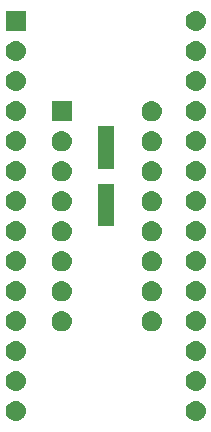
<source format=gbr>
G04 #@! TF.GenerationSoftware,KiCad,Pcbnew,(5.1.4)-1*
G04 #@! TF.CreationDate,2021-03-08T19:32:54-05:00*
G04 #@! TF.ProjectId,27c256_to_82s129,32376332-3536-45f7-946f-5f3832733132,rev?*
G04 #@! TF.SameCoordinates,Original*
G04 #@! TF.FileFunction,Soldermask,Top*
G04 #@! TF.FilePolarity,Negative*
%FSLAX46Y46*%
G04 Gerber Fmt 4.6, Leading zero omitted, Abs format (unit mm)*
G04 Created by KiCad (PCBNEW (5.1.4)-1) date 2021-03-08 19:32:54*
%MOMM*%
%LPD*%
G04 APERTURE LIST*
%ADD10C,0.100000*%
G04 APERTURE END LIST*
D10*
G36*
X144781824Y-119866314D02*
G01*
X144942243Y-119914977D01*
X145074907Y-119985887D01*
X145090079Y-119993997D01*
X145219660Y-120100342D01*
X145326005Y-120229923D01*
X145326006Y-120229925D01*
X145405025Y-120377759D01*
X145453688Y-120538178D01*
X145470118Y-120705001D01*
X145453688Y-120871824D01*
X145405025Y-121032243D01*
X145334115Y-121164907D01*
X145326005Y-121180079D01*
X145219660Y-121309660D01*
X145090079Y-121416005D01*
X145090077Y-121416006D01*
X144942243Y-121495025D01*
X144781824Y-121543688D01*
X144656805Y-121556001D01*
X144573197Y-121556001D01*
X144448178Y-121543688D01*
X144287759Y-121495025D01*
X144139925Y-121416006D01*
X144139923Y-121416005D01*
X144010342Y-121309660D01*
X143903997Y-121180079D01*
X143895887Y-121164907D01*
X143824977Y-121032243D01*
X143776314Y-120871824D01*
X143759884Y-120705001D01*
X143776314Y-120538178D01*
X143824977Y-120377759D01*
X143903996Y-120229925D01*
X143903997Y-120229923D01*
X144010342Y-120100342D01*
X144139923Y-119993997D01*
X144155095Y-119985887D01*
X144287759Y-119914977D01*
X144448178Y-119866314D01*
X144573197Y-119854001D01*
X144656805Y-119854001D01*
X144781824Y-119866314D01*
X144781824Y-119866314D01*
G37*
G36*
X129541824Y-119866314D02*
G01*
X129702243Y-119914977D01*
X129834907Y-119985887D01*
X129850079Y-119993997D01*
X129979660Y-120100342D01*
X130086005Y-120229923D01*
X130086006Y-120229925D01*
X130165025Y-120377759D01*
X130213688Y-120538178D01*
X130230118Y-120705001D01*
X130213688Y-120871824D01*
X130165025Y-121032243D01*
X130094115Y-121164907D01*
X130086005Y-121180079D01*
X129979660Y-121309660D01*
X129850079Y-121416005D01*
X129850077Y-121416006D01*
X129702243Y-121495025D01*
X129541824Y-121543688D01*
X129416805Y-121556001D01*
X129333197Y-121556001D01*
X129208178Y-121543688D01*
X129047759Y-121495025D01*
X128899925Y-121416006D01*
X128899923Y-121416005D01*
X128770342Y-121309660D01*
X128663997Y-121180079D01*
X128655887Y-121164907D01*
X128584977Y-121032243D01*
X128536314Y-120871824D01*
X128519884Y-120705001D01*
X128536314Y-120538178D01*
X128584977Y-120377759D01*
X128663996Y-120229925D01*
X128663997Y-120229923D01*
X128770342Y-120100342D01*
X128899923Y-119993997D01*
X128915095Y-119985887D01*
X129047759Y-119914977D01*
X129208178Y-119866314D01*
X129333197Y-119854001D01*
X129416805Y-119854001D01*
X129541824Y-119866314D01*
X129541824Y-119866314D01*
G37*
G36*
X129541824Y-117326314D02*
G01*
X129702243Y-117374977D01*
X129834907Y-117445887D01*
X129850079Y-117453997D01*
X129979660Y-117560342D01*
X130086005Y-117689923D01*
X130086006Y-117689925D01*
X130165025Y-117837759D01*
X130213688Y-117998178D01*
X130230118Y-118165001D01*
X130213688Y-118331824D01*
X130165025Y-118492243D01*
X130094115Y-118624907D01*
X130086005Y-118640079D01*
X129979660Y-118769660D01*
X129850079Y-118876005D01*
X129850077Y-118876006D01*
X129702243Y-118955025D01*
X129541824Y-119003688D01*
X129416805Y-119016001D01*
X129333197Y-119016001D01*
X129208178Y-119003688D01*
X129047759Y-118955025D01*
X128899925Y-118876006D01*
X128899923Y-118876005D01*
X128770342Y-118769660D01*
X128663997Y-118640079D01*
X128655887Y-118624907D01*
X128584977Y-118492243D01*
X128536314Y-118331824D01*
X128519884Y-118165001D01*
X128536314Y-117998178D01*
X128584977Y-117837759D01*
X128663996Y-117689925D01*
X128663997Y-117689923D01*
X128770342Y-117560342D01*
X128899923Y-117453997D01*
X128915095Y-117445887D01*
X129047759Y-117374977D01*
X129208178Y-117326314D01*
X129333197Y-117314001D01*
X129416805Y-117314001D01*
X129541824Y-117326314D01*
X129541824Y-117326314D01*
G37*
G36*
X144781824Y-117326314D02*
G01*
X144942243Y-117374977D01*
X145074907Y-117445887D01*
X145090079Y-117453997D01*
X145219660Y-117560342D01*
X145326005Y-117689923D01*
X145326006Y-117689925D01*
X145405025Y-117837759D01*
X145453688Y-117998178D01*
X145470118Y-118165001D01*
X145453688Y-118331824D01*
X145405025Y-118492243D01*
X145334115Y-118624907D01*
X145326005Y-118640079D01*
X145219660Y-118769660D01*
X145090079Y-118876005D01*
X145090077Y-118876006D01*
X144942243Y-118955025D01*
X144781824Y-119003688D01*
X144656805Y-119016001D01*
X144573197Y-119016001D01*
X144448178Y-119003688D01*
X144287759Y-118955025D01*
X144139925Y-118876006D01*
X144139923Y-118876005D01*
X144010342Y-118769660D01*
X143903997Y-118640079D01*
X143895887Y-118624907D01*
X143824977Y-118492243D01*
X143776314Y-118331824D01*
X143759884Y-118165001D01*
X143776314Y-117998178D01*
X143824977Y-117837759D01*
X143903996Y-117689925D01*
X143903997Y-117689923D01*
X144010342Y-117560342D01*
X144139923Y-117453997D01*
X144155095Y-117445887D01*
X144287759Y-117374977D01*
X144448178Y-117326314D01*
X144573197Y-117314001D01*
X144656805Y-117314001D01*
X144781824Y-117326314D01*
X144781824Y-117326314D01*
G37*
G36*
X144781824Y-114786314D02*
G01*
X144942243Y-114834977D01*
X145074907Y-114905887D01*
X145090079Y-114913997D01*
X145219660Y-115020342D01*
X145326005Y-115149923D01*
X145326006Y-115149925D01*
X145405025Y-115297759D01*
X145453688Y-115458178D01*
X145470118Y-115625001D01*
X145453688Y-115791824D01*
X145405025Y-115952243D01*
X145334115Y-116084907D01*
X145326005Y-116100079D01*
X145219660Y-116229660D01*
X145090079Y-116336005D01*
X145090077Y-116336006D01*
X144942243Y-116415025D01*
X144781824Y-116463688D01*
X144656805Y-116476001D01*
X144573197Y-116476001D01*
X144448178Y-116463688D01*
X144287759Y-116415025D01*
X144139925Y-116336006D01*
X144139923Y-116336005D01*
X144010342Y-116229660D01*
X143903997Y-116100079D01*
X143895887Y-116084907D01*
X143824977Y-115952243D01*
X143776314Y-115791824D01*
X143759884Y-115625001D01*
X143776314Y-115458178D01*
X143824977Y-115297759D01*
X143903996Y-115149925D01*
X143903997Y-115149923D01*
X144010342Y-115020342D01*
X144139923Y-114913997D01*
X144155095Y-114905887D01*
X144287759Y-114834977D01*
X144448178Y-114786314D01*
X144573197Y-114774001D01*
X144656805Y-114774001D01*
X144781824Y-114786314D01*
X144781824Y-114786314D01*
G37*
G36*
X129541824Y-114786314D02*
G01*
X129702243Y-114834977D01*
X129834907Y-114905887D01*
X129850079Y-114913997D01*
X129979660Y-115020342D01*
X130086005Y-115149923D01*
X130086006Y-115149925D01*
X130165025Y-115297759D01*
X130213688Y-115458178D01*
X130230118Y-115625001D01*
X130213688Y-115791824D01*
X130165025Y-115952243D01*
X130094115Y-116084907D01*
X130086005Y-116100079D01*
X129979660Y-116229660D01*
X129850079Y-116336005D01*
X129850077Y-116336006D01*
X129702243Y-116415025D01*
X129541824Y-116463688D01*
X129416805Y-116476001D01*
X129333197Y-116476001D01*
X129208178Y-116463688D01*
X129047759Y-116415025D01*
X128899925Y-116336006D01*
X128899923Y-116336005D01*
X128770342Y-116229660D01*
X128663997Y-116100079D01*
X128655887Y-116084907D01*
X128584977Y-115952243D01*
X128536314Y-115791824D01*
X128519884Y-115625001D01*
X128536314Y-115458178D01*
X128584977Y-115297759D01*
X128663996Y-115149925D01*
X128663997Y-115149923D01*
X128770342Y-115020342D01*
X128899923Y-114913997D01*
X128915095Y-114905887D01*
X129047759Y-114834977D01*
X129208178Y-114786314D01*
X129333197Y-114774001D01*
X129416805Y-114774001D01*
X129541824Y-114786314D01*
X129541824Y-114786314D01*
G37*
G36*
X133426823Y-112261313D02*
G01*
X133587242Y-112309976D01*
X133707015Y-112373996D01*
X133735078Y-112388996D01*
X133864659Y-112495341D01*
X133971004Y-112624922D01*
X133971005Y-112624924D01*
X134050024Y-112772758D01*
X134098687Y-112933177D01*
X134115117Y-113100000D01*
X134098687Y-113266823D01*
X134050024Y-113427242D01*
X133979114Y-113559906D01*
X133971004Y-113575078D01*
X133864659Y-113704659D01*
X133735078Y-113811004D01*
X133735076Y-113811005D01*
X133587242Y-113890024D01*
X133426823Y-113938687D01*
X133301804Y-113951000D01*
X133218196Y-113951000D01*
X133093177Y-113938687D01*
X132932758Y-113890024D01*
X132784924Y-113811005D01*
X132784922Y-113811004D01*
X132655341Y-113704659D01*
X132548996Y-113575078D01*
X132540886Y-113559906D01*
X132469976Y-113427242D01*
X132421313Y-113266823D01*
X132404883Y-113100000D01*
X132421313Y-112933177D01*
X132469976Y-112772758D01*
X132548995Y-112624924D01*
X132548996Y-112624922D01*
X132655341Y-112495341D01*
X132784922Y-112388996D01*
X132812985Y-112373996D01*
X132932758Y-112309976D01*
X133093177Y-112261313D01*
X133218196Y-112249000D01*
X133301804Y-112249000D01*
X133426823Y-112261313D01*
X133426823Y-112261313D01*
G37*
G36*
X141046823Y-112261313D02*
G01*
X141207242Y-112309976D01*
X141327015Y-112373996D01*
X141355078Y-112388996D01*
X141484659Y-112495341D01*
X141591004Y-112624922D01*
X141591005Y-112624924D01*
X141670024Y-112772758D01*
X141718687Y-112933177D01*
X141735117Y-113100000D01*
X141718687Y-113266823D01*
X141670024Y-113427242D01*
X141599114Y-113559906D01*
X141591004Y-113575078D01*
X141484659Y-113704659D01*
X141355078Y-113811004D01*
X141355076Y-113811005D01*
X141207242Y-113890024D01*
X141046823Y-113938687D01*
X140921804Y-113951000D01*
X140838196Y-113951000D01*
X140713177Y-113938687D01*
X140552758Y-113890024D01*
X140404924Y-113811005D01*
X140404922Y-113811004D01*
X140275341Y-113704659D01*
X140168996Y-113575078D01*
X140160886Y-113559906D01*
X140089976Y-113427242D01*
X140041313Y-113266823D01*
X140024883Y-113100000D01*
X140041313Y-112933177D01*
X140089976Y-112772758D01*
X140168995Y-112624924D01*
X140168996Y-112624922D01*
X140275341Y-112495341D01*
X140404922Y-112388996D01*
X140432985Y-112373996D01*
X140552758Y-112309976D01*
X140713177Y-112261313D01*
X140838196Y-112249000D01*
X140921804Y-112249000D01*
X141046823Y-112261313D01*
X141046823Y-112261313D01*
G37*
G36*
X129541824Y-112246314D02*
G01*
X129702243Y-112294977D01*
X129834907Y-112365887D01*
X129850079Y-112373997D01*
X129979660Y-112480342D01*
X130086005Y-112609923D01*
X130086006Y-112609925D01*
X130165025Y-112757759D01*
X130213688Y-112918178D01*
X130230118Y-113085001D01*
X130213688Y-113251824D01*
X130165025Y-113412243D01*
X130094115Y-113544907D01*
X130086005Y-113560079D01*
X129979660Y-113689660D01*
X129850079Y-113796005D01*
X129850077Y-113796006D01*
X129702243Y-113875025D01*
X129541824Y-113923688D01*
X129416805Y-113936001D01*
X129333197Y-113936001D01*
X129208178Y-113923688D01*
X129047759Y-113875025D01*
X128899925Y-113796006D01*
X128899923Y-113796005D01*
X128770342Y-113689660D01*
X128663997Y-113560079D01*
X128655887Y-113544907D01*
X128584977Y-113412243D01*
X128536314Y-113251824D01*
X128519884Y-113085001D01*
X128536314Y-112918178D01*
X128584977Y-112757759D01*
X128663996Y-112609925D01*
X128663997Y-112609923D01*
X128770342Y-112480342D01*
X128899923Y-112373997D01*
X128915095Y-112365887D01*
X129047759Y-112294977D01*
X129208178Y-112246314D01*
X129333197Y-112234001D01*
X129416805Y-112234001D01*
X129541824Y-112246314D01*
X129541824Y-112246314D01*
G37*
G36*
X144781824Y-112246314D02*
G01*
X144942243Y-112294977D01*
X145074907Y-112365887D01*
X145090079Y-112373997D01*
X145219660Y-112480342D01*
X145326005Y-112609923D01*
X145326006Y-112609925D01*
X145405025Y-112757759D01*
X145453688Y-112918178D01*
X145470118Y-113085001D01*
X145453688Y-113251824D01*
X145405025Y-113412243D01*
X145334115Y-113544907D01*
X145326005Y-113560079D01*
X145219660Y-113689660D01*
X145090079Y-113796005D01*
X145090077Y-113796006D01*
X144942243Y-113875025D01*
X144781824Y-113923688D01*
X144656805Y-113936001D01*
X144573197Y-113936001D01*
X144448178Y-113923688D01*
X144287759Y-113875025D01*
X144139925Y-113796006D01*
X144139923Y-113796005D01*
X144010342Y-113689660D01*
X143903997Y-113560079D01*
X143895887Y-113544907D01*
X143824977Y-113412243D01*
X143776314Y-113251824D01*
X143759884Y-113085001D01*
X143776314Y-112918178D01*
X143824977Y-112757759D01*
X143903996Y-112609925D01*
X143903997Y-112609923D01*
X144010342Y-112480342D01*
X144139923Y-112373997D01*
X144155095Y-112365887D01*
X144287759Y-112294977D01*
X144448178Y-112246314D01*
X144573197Y-112234001D01*
X144656805Y-112234001D01*
X144781824Y-112246314D01*
X144781824Y-112246314D01*
G37*
G36*
X133426823Y-109721313D02*
G01*
X133587242Y-109769976D01*
X133707015Y-109833996D01*
X133735078Y-109848996D01*
X133864659Y-109955341D01*
X133971004Y-110084922D01*
X133971005Y-110084924D01*
X134050024Y-110232758D01*
X134098687Y-110393177D01*
X134115117Y-110560000D01*
X134098687Y-110726823D01*
X134050024Y-110887242D01*
X133979114Y-111019906D01*
X133971004Y-111035078D01*
X133864659Y-111164659D01*
X133735078Y-111271004D01*
X133735076Y-111271005D01*
X133587242Y-111350024D01*
X133426823Y-111398687D01*
X133301804Y-111411000D01*
X133218196Y-111411000D01*
X133093177Y-111398687D01*
X132932758Y-111350024D01*
X132784924Y-111271005D01*
X132784922Y-111271004D01*
X132655341Y-111164659D01*
X132548996Y-111035078D01*
X132540886Y-111019906D01*
X132469976Y-110887242D01*
X132421313Y-110726823D01*
X132404883Y-110560000D01*
X132421313Y-110393177D01*
X132469976Y-110232758D01*
X132548995Y-110084924D01*
X132548996Y-110084922D01*
X132655341Y-109955341D01*
X132784922Y-109848996D01*
X132812985Y-109833996D01*
X132932758Y-109769976D01*
X133093177Y-109721313D01*
X133218196Y-109709000D01*
X133301804Y-109709000D01*
X133426823Y-109721313D01*
X133426823Y-109721313D01*
G37*
G36*
X141046823Y-109721313D02*
G01*
X141207242Y-109769976D01*
X141327015Y-109833996D01*
X141355078Y-109848996D01*
X141484659Y-109955341D01*
X141591004Y-110084922D01*
X141591005Y-110084924D01*
X141670024Y-110232758D01*
X141718687Y-110393177D01*
X141735117Y-110560000D01*
X141718687Y-110726823D01*
X141670024Y-110887242D01*
X141599114Y-111019906D01*
X141591004Y-111035078D01*
X141484659Y-111164659D01*
X141355078Y-111271004D01*
X141355076Y-111271005D01*
X141207242Y-111350024D01*
X141046823Y-111398687D01*
X140921804Y-111411000D01*
X140838196Y-111411000D01*
X140713177Y-111398687D01*
X140552758Y-111350024D01*
X140404924Y-111271005D01*
X140404922Y-111271004D01*
X140275341Y-111164659D01*
X140168996Y-111035078D01*
X140160886Y-111019906D01*
X140089976Y-110887242D01*
X140041313Y-110726823D01*
X140024883Y-110560000D01*
X140041313Y-110393177D01*
X140089976Y-110232758D01*
X140168995Y-110084924D01*
X140168996Y-110084922D01*
X140275341Y-109955341D01*
X140404922Y-109848996D01*
X140432985Y-109833996D01*
X140552758Y-109769976D01*
X140713177Y-109721313D01*
X140838196Y-109709000D01*
X140921804Y-109709000D01*
X141046823Y-109721313D01*
X141046823Y-109721313D01*
G37*
G36*
X129541824Y-109706314D02*
G01*
X129702243Y-109754977D01*
X129834907Y-109825887D01*
X129850079Y-109833997D01*
X129979660Y-109940342D01*
X130086005Y-110069923D01*
X130086006Y-110069925D01*
X130165025Y-110217759D01*
X130213688Y-110378178D01*
X130230118Y-110545001D01*
X130213688Y-110711824D01*
X130165025Y-110872243D01*
X130094115Y-111004907D01*
X130086005Y-111020079D01*
X129979660Y-111149660D01*
X129850079Y-111256005D01*
X129850077Y-111256006D01*
X129702243Y-111335025D01*
X129541824Y-111383688D01*
X129416805Y-111396001D01*
X129333197Y-111396001D01*
X129208178Y-111383688D01*
X129047759Y-111335025D01*
X128899925Y-111256006D01*
X128899923Y-111256005D01*
X128770342Y-111149660D01*
X128663997Y-111020079D01*
X128655887Y-111004907D01*
X128584977Y-110872243D01*
X128536314Y-110711824D01*
X128519884Y-110545001D01*
X128536314Y-110378178D01*
X128584977Y-110217759D01*
X128663996Y-110069925D01*
X128663997Y-110069923D01*
X128770342Y-109940342D01*
X128899923Y-109833997D01*
X128915095Y-109825887D01*
X129047759Y-109754977D01*
X129208178Y-109706314D01*
X129333197Y-109694001D01*
X129416805Y-109694001D01*
X129541824Y-109706314D01*
X129541824Y-109706314D01*
G37*
G36*
X144781824Y-109706314D02*
G01*
X144942243Y-109754977D01*
X145074907Y-109825887D01*
X145090079Y-109833997D01*
X145219660Y-109940342D01*
X145326005Y-110069923D01*
X145326006Y-110069925D01*
X145405025Y-110217759D01*
X145453688Y-110378178D01*
X145470118Y-110545001D01*
X145453688Y-110711824D01*
X145405025Y-110872243D01*
X145334115Y-111004907D01*
X145326005Y-111020079D01*
X145219660Y-111149660D01*
X145090079Y-111256005D01*
X145090077Y-111256006D01*
X144942243Y-111335025D01*
X144781824Y-111383688D01*
X144656805Y-111396001D01*
X144573197Y-111396001D01*
X144448178Y-111383688D01*
X144287759Y-111335025D01*
X144139925Y-111256006D01*
X144139923Y-111256005D01*
X144010342Y-111149660D01*
X143903997Y-111020079D01*
X143895887Y-111004907D01*
X143824977Y-110872243D01*
X143776314Y-110711824D01*
X143759884Y-110545001D01*
X143776314Y-110378178D01*
X143824977Y-110217759D01*
X143903996Y-110069925D01*
X143903997Y-110069923D01*
X144010342Y-109940342D01*
X144139923Y-109833997D01*
X144155095Y-109825887D01*
X144287759Y-109754977D01*
X144448178Y-109706314D01*
X144573197Y-109694001D01*
X144656805Y-109694001D01*
X144781824Y-109706314D01*
X144781824Y-109706314D01*
G37*
G36*
X133426823Y-107181313D02*
G01*
X133587242Y-107229976D01*
X133707015Y-107293996D01*
X133735078Y-107308996D01*
X133864659Y-107415341D01*
X133971004Y-107544922D01*
X133971005Y-107544924D01*
X134050024Y-107692758D01*
X134098687Y-107853177D01*
X134115117Y-108020000D01*
X134098687Y-108186823D01*
X134050024Y-108347242D01*
X133979114Y-108479906D01*
X133971004Y-108495078D01*
X133864659Y-108624659D01*
X133735078Y-108731004D01*
X133735076Y-108731005D01*
X133587242Y-108810024D01*
X133426823Y-108858687D01*
X133301804Y-108871000D01*
X133218196Y-108871000D01*
X133093177Y-108858687D01*
X132932758Y-108810024D01*
X132784924Y-108731005D01*
X132784922Y-108731004D01*
X132655341Y-108624659D01*
X132548996Y-108495078D01*
X132540886Y-108479906D01*
X132469976Y-108347242D01*
X132421313Y-108186823D01*
X132404883Y-108020000D01*
X132421313Y-107853177D01*
X132469976Y-107692758D01*
X132548995Y-107544924D01*
X132548996Y-107544922D01*
X132655341Y-107415341D01*
X132784922Y-107308996D01*
X132812985Y-107293996D01*
X132932758Y-107229976D01*
X133093177Y-107181313D01*
X133218196Y-107169000D01*
X133301804Y-107169000D01*
X133426823Y-107181313D01*
X133426823Y-107181313D01*
G37*
G36*
X141046823Y-107181313D02*
G01*
X141207242Y-107229976D01*
X141327015Y-107293996D01*
X141355078Y-107308996D01*
X141484659Y-107415341D01*
X141591004Y-107544922D01*
X141591005Y-107544924D01*
X141670024Y-107692758D01*
X141718687Y-107853177D01*
X141735117Y-108020000D01*
X141718687Y-108186823D01*
X141670024Y-108347242D01*
X141599114Y-108479906D01*
X141591004Y-108495078D01*
X141484659Y-108624659D01*
X141355078Y-108731004D01*
X141355076Y-108731005D01*
X141207242Y-108810024D01*
X141046823Y-108858687D01*
X140921804Y-108871000D01*
X140838196Y-108871000D01*
X140713177Y-108858687D01*
X140552758Y-108810024D01*
X140404924Y-108731005D01*
X140404922Y-108731004D01*
X140275341Y-108624659D01*
X140168996Y-108495078D01*
X140160886Y-108479906D01*
X140089976Y-108347242D01*
X140041313Y-108186823D01*
X140024883Y-108020000D01*
X140041313Y-107853177D01*
X140089976Y-107692758D01*
X140168995Y-107544924D01*
X140168996Y-107544922D01*
X140275341Y-107415341D01*
X140404922Y-107308996D01*
X140432985Y-107293996D01*
X140552758Y-107229976D01*
X140713177Y-107181313D01*
X140838196Y-107169000D01*
X140921804Y-107169000D01*
X141046823Y-107181313D01*
X141046823Y-107181313D01*
G37*
G36*
X144781824Y-107166314D02*
G01*
X144942243Y-107214977D01*
X145074907Y-107285887D01*
X145090079Y-107293997D01*
X145219660Y-107400342D01*
X145326005Y-107529923D01*
X145326006Y-107529925D01*
X145405025Y-107677759D01*
X145453688Y-107838178D01*
X145470118Y-108005001D01*
X145453688Y-108171824D01*
X145405025Y-108332243D01*
X145334115Y-108464907D01*
X145326005Y-108480079D01*
X145219660Y-108609660D01*
X145090079Y-108716005D01*
X145090077Y-108716006D01*
X144942243Y-108795025D01*
X144781824Y-108843688D01*
X144656805Y-108856001D01*
X144573197Y-108856001D01*
X144448178Y-108843688D01*
X144287759Y-108795025D01*
X144139925Y-108716006D01*
X144139923Y-108716005D01*
X144010342Y-108609660D01*
X143903997Y-108480079D01*
X143895887Y-108464907D01*
X143824977Y-108332243D01*
X143776314Y-108171824D01*
X143759884Y-108005001D01*
X143776314Y-107838178D01*
X143824977Y-107677759D01*
X143903996Y-107529925D01*
X143903997Y-107529923D01*
X144010342Y-107400342D01*
X144139923Y-107293997D01*
X144155095Y-107285887D01*
X144287759Y-107214977D01*
X144448178Y-107166314D01*
X144573197Y-107154001D01*
X144656805Y-107154001D01*
X144781824Y-107166314D01*
X144781824Y-107166314D01*
G37*
G36*
X129541824Y-107166314D02*
G01*
X129702243Y-107214977D01*
X129834907Y-107285887D01*
X129850079Y-107293997D01*
X129979660Y-107400342D01*
X130086005Y-107529923D01*
X130086006Y-107529925D01*
X130165025Y-107677759D01*
X130213688Y-107838178D01*
X130230118Y-108005001D01*
X130213688Y-108171824D01*
X130165025Y-108332243D01*
X130094115Y-108464907D01*
X130086005Y-108480079D01*
X129979660Y-108609660D01*
X129850079Y-108716005D01*
X129850077Y-108716006D01*
X129702243Y-108795025D01*
X129541824Y-108843688D01*
X129416805Y-108856001D01*
X129333197Y-108856001D01*
X129208178Y-108843688D01*
X129047759Y-108795025D01*
X128899925Y-108716006D01*
X128899923Y-108716005D01*
X128770342Y-108609660D01*
X128663997Y-108480079D01*
X128655887Y-108464907D01*
X128584977Y-108332243D01*
X128536314Y-108171824D01*
X128519884Y-108005001D01*
X128536314Y-107838178D01*
X128584977Y-107677759D01*
X128663996Y-107529925D01*
X128663997Y-107529923D01*
X128770342Y-107400342D01*
X128899923Y-107293997D01*
X128915095Y-107285887D01*
X129047759Y-107214977D01*
X129208178Y-107166314D01*
X129333197Y-107154001D01*
X129416805Y-107154001D01*
X129541824Y-107166314D01*
X129541824Y-107166314D01*
G37*
G36*
X141046823Y-104641313D02*
G01*
X141207242Y-104689976D01*
X141327015Y-104753996D01*
X141355078Y-104768996D01*
X141484659Y-104875341D01*
X141591004Y-105004922D01*
X141591005Y-105004924D01*
X141670024Y-105152758D01*
X141718687Y-105313177D01*
X141735117Y-105480000D01*
X141718687Y-105646823D01*
X141670024Y-105807242D01*
X141599114Y-105939906D01*
X141591004Y-105955078D01*
X141484659Y-106084659D01*
X141355078Y-106191004D01*
X141355076Y-106191005D01*
X141207242Y-106270024D01*
X141046823Y-106318687D01*
X140921804Y-106331000D01*
X140838196Y-106331000D01*
X140713177Y-106318687D01*
X140552758Y-106270024D01*
X140404924Y-106191005D01*
X140404922Y-106191004D01*
X140275341Y-106084659D01*
X140168996Y-105955078D01*
X140160886Y-105939906D01*
X140089976Y-105807242D01*
X140041313Y-105646823D01*
X140024883Y-105480000D01*
X140041313Y-105313177D01*
X140089976Y-105152758D01*
X140168995Y-105004924D01*
X140168996Y-105004922D01*
X140275341Y-104875341D01*
X140404922Y-104768996D01*
X140432985Y-104753996D01*
X140552758Y-104689976D01*
X140713177Y-104641313D01*
X140838196Y-104629000D01*
X140921804Y-104629000D01*
X141046823Y-104641313D01*
X141046823Y-104641313D01*
G37*
G36*
X133426823Y-104641313D02*
G01*
X133587242Y-104689976D01*
X133707015Y-104753996D01*
X133735078Y-104768996D01*
X133864659Y-104875341D01*
X133971004Y-105004922D01*
X133971005Y-105004924D01*
X134050024Y-105152758D01*
X134098687Y-105313177D01*
X134115117Y-105480000D01*
X134098687Y-105646823D01*
X134050024Y-105807242D01*
X133979114Y-105939906D01*
X133971004Y-105955078D01*
X133864659Y-106084659D01*
X133735078Y-106191004D01*
X133735076Y-106191005D01*
X133587242Y-106270024D01*
X133426823Y-106318687D01*
X133301804Y-106331000D01*
X133218196Y-106331000D01*
X133093177Y-106318687D01*
X132932758Y-106270024D01*
X132784924Y-106191005D01*
X132784922Y-106191004D01*
X132655341Y-106084659D01*
X132548996Y-105955078D01*
X132540886Y-105939906D01*
X132469976Y-105807242D01*
X132421313Y-105646823D01*
X132404883Y-105480000D01*
X132421313Y-105313177D01*
X132469976Y-105152758D01*
X132548995Y-105004924D01*
X132548996Y-105004922D01*
X132655341Y-104875341D01*
X132784922Y-104768996D01*
X132812985Y-104753996D01*
X132932758Y-104689976D01*
X133093177Y-104641313D01*
X133218196Y-104629000D01*
X133301804Y-104629000D01*
X133426823Y-104641313D01*
X133426823Y-104641313D01*
G37*
G36*
X144781824Y-104626314D02*
G01*
X144942243Y-104674977D01*
X145074907Y-104745887D01*
X145090079Y-104753997D01*
X145219660Y-104860342D01*
X145326005Y-104989923D01*
X145326006Y-104989925D01*
X145405025Y-105137759D01*
X145453688Y-105298178D01*
X145470118Y-105465001D01*
X145453688Y-105631824D01*
X145405025Y-105792243D01*
X145334115Y-105924907D01*
X145326005Y-105940079D01*
X145219660Y-106069660D01*
X145090079Y-106176005D01*
X145090077Y-106176006D01*
X144942243Y-106255025D01*
X144781824Y-106303688D01*
X144656805Y-106316001D01*
X144573197Y-106316001D01*
X144448178Y-106303688D01*
X144287759Y-106255025D01*
X144139925Y-106176006D01*
X144139923Y-106176005D01*
X144010342Y-106069660D01*
X143903997Y-105940079D01*
X143895887Y-105924907D01*
X143824977Y-105792243D01*
X143776314Y-105631824D01*
X143759884Y-105465001D01*
X143776314Y-105298178D01*
X143824977Y-105137759D01*
X143903996Y-104989925D01*
X143903997Y-104989923D01*
X144010342Y-104860342D01*
X144139923Y-104753997D01*
X144155095Y-104745887D01*
X144287759Y-104674977D01*
X144448178Y-104626314D01*
X144573197Y-104614001D01*
X144656805Y-104614001D01*
X144781824Y-104626314D01*
X144781824Y-104626314D01*
G37*
G36*
X129541824Y-104626314D02*
G01*
X129702243Y-104674977D01*
X129834907Y-104745887D01*
X129850079Y-104753997D01*
X129979660Y-104860342D01*
X130086005Y-104989923D01*
X130086006Y-104989925D01*
X130165025Y-105137759D01*
X130213688Y-105298178D01*
X130230118Y-105465001D01*
X130213688Y-105631824D01*
X130165025Y-105792243D01*
X130094115Y-105924907D01*
X130086005Y-105940079D01*
X129979660Y-106069660D01*
X129850079Y-106176005D01*
X129850077Y-106176006D01*
X129702243Y-106255025D01*
X129541824Y-106303688D01*
X129416805Y-106316001D01*
X129333197Y-106316001D01*
X129208178Y-106303688D01*
X129047759Y-106255025D01*
X128899925Y-106176006D01*
X128899923Y-106176005D01*
X128770342Y-106069660D01*
X128663997Y-105940079D01*
X128655887Y-105924907D01*
X128584977Y-105792243D01*
X128536314Y-105631824D01*
X128519884Y-105465001D01*
X128536314Y-105298178D01*
X128584977Y-105137759D01*
X128663996Y-104989925D01*
X128663997Y-104989923D01*
X128770342Y-104860342D01*
X128899923Y-104753997D01*
X128915095Y-104745887D01*
X129047759Y-104674977D01*
X129208178Y-104626314D01*
X129333197Y-104614001D01*
X129416805Y-104614001D01*
X129541824Y-104626314D01*
X129541824Y-104626314D01*
G37*
G36*
X137736000Y-105066000D02*
G01*
X136364000Y-105066000D01*
X136364000Y-101454000D01*
X137736000Y-101454000D01*
X137736000Y-105066000D01*
X137736000Y-105066000D01*
G37*
G36*
X133426823Y-102101313D02*
G01*
X133587242Y-102149976D01*
X133707015Y-102213996D01*
X133735078Y-102228996D01*
X133864659Y-102335341D01*
X133971004Y-102464922D01*
X133971005Y-102464924D01*
X134050024Y-102612758D01*
X134098687Y-102773177D01*
X134115117Y-102940000D01*
X134098687Y-103106823D01*
X134050024Y-103267242D01*
X133979114Y-103399906D01*
X133971004Y-103415078D01*
X133864659Y-103544659D01*
X133735078Y-103651004D01*
X133735076Y-103651005D01*
X133587242Y-103730024D01*
X133426823Y-103778687D01*
X133301804Y-103791000D01*
X133218196Y-103791000D01*
X133093177Y-103778687D01*
X132932758Y-103730024D01*
X132784924Y-103651005D01*
X132784922Y-103651004D01*
X132655341Y-103544659D01*
X132548996Y-103415078D01*
X132540886Y-103399906D01*
X132469976Y-103267242D01*
X132421313Y-103106823D01*
X132404883Y-102940000D01*
X132421313Y-102773177D01*
X132469976Y-102612758D01*
X132548995Y-102464924D01*
X132548996Y-102464922D01*
X132655341Y-102335341D01*
X132784922Y-102228996D01*
X132812985Y-102213996D01*
X132932758Y-102149976D01*
X133093177Y-102101313D01*
X133218196Y-102089000D01*
X133301804Y-102089000D01*
X133426823Y-102101313D01*
X133426823Y-102101313D01*
G37*
G36*
X141046823Y-102101313D02*
G01*
X141207242Y-102149976D01*
X141327015Y-102213996D01*
X141355078Y-102228996D01*
X141484659Y-102335341D01*
X141591004Y-102464922D01*
X141591005Y-102464924D01*
X141670024Y-102612758D01*
X141718687Y-102773177D01*
X141735117Y-102940000D01*
X141718687Y-103106823D01*
X141670024Y-103267242D01*
X141599114Y-103399906D01*
X141591004Y-103415078D01*
X141484659Y-103544659D01*
X141355078Y-103651004D01*
X141355076Y-103651005D01*
X141207242Y-103730024D01*
X141046823Y-103778687D01*
X140921804Y-103791000D01*
X140838196Y-103791000D01*
X140713177Y-103778687D01*
X140552758Y-103730024D01*
X140404924Y-103651005D01*
X140404922Y-103651004D01*
X140275341Y-103544659D01*
X140168996Y-103415078D01*
X140160886Y-103399906D01*
X140089976Y-103267242D01*
X140041313Y-103106823D01*
X140024883Y-102940000D01*
X140041313Y-102773177D01*
X140089976Y-102612758D01*
X140168995Y-102464924D01*
X140168996Y-102464922D01*
X140275341Y-102335341D01*
X140404922Y-102228996D01*
X140432985Y-102213996D01*
X140552758Y-102149976D01*
X140713177Y-102101313D01*
X140838196Y-102089000D01*
X140921804Y-102089000D01*
X141046823Y-102101313D01*
X141046823Y-102101313D01*
G37*
G36*
X129541824Y-102086314D02*
G01*
X129702243Y-102134977D01*
X129834907Y-102205887D01*
X129850079Y-102213997D01*
X129979660Y-102320342D01*
X130086005Y-102449923D01*
X130086006Y-102449925D01*
X130165025Y-102597759D01*
X130213688Y-102758178D01*
X130230118Y-102925001D01*
X130213688Y-103091824D01*
X130165025Y-103252243D01*
X130094115Y-103384907D01*
X130086005Y-103400079D01*
X129979660Y-103529660D01*
X129850079Y-103636005D01*
X129850077Y-103636006D01*
X129702243Y-103715025D01*
X129541824Y-103763688D01*
X129416805Y-103776001D01*
X129333197Y-103776001D01*
X129208178Y-103763688D01*
X129047759Y-103715025D01*
X128899925Y-103636006D01*
X128899923Y-103636005D01*
X128770342Y-103529660D01*
X128663997Y-103400079D01*
X128655887Y-103384907D01*
X128584977Y-103252243D01*
X128536314Y-103091824D01*
X128519884Y-102925001D01*
X128536314Y-102758178D01*
X128584977Y-102597759D01*
X128663996Y-102449925D01*
X128663997Y-102449923D01*
X128770342Y-102320342D01*
X128899923Y-102213997D01*
X128915095Y-102205887D01*
X129047759Y-102134977D01*
X129208178Y-102086314D01*
X129333197Y-102074001D01*
X129416805Y-102074001D01*
X129541824Y-102086314D01*
X129541824Y-102086314D01*
G37*
G36*
X144781824Y-102086314D02*
G01*
X144942243Y-102134977D01*
X145074907Y-102205887D01*
X145090079Y-102213997D01*
X145219660Y-102320342D01*
X145326005Y-102449923D01*
X145326006Y-102449925D01*
X145405025Y-102597759D01*
X145453688Y-102758178D01*
X145470118Y-102925001D01*
X145453688Y-103091824D01*
X145405025Y-103252243D01*
X145334115Y-103384907D01*
X145326005Y-103400079D01*
X145219660Y-103529660D01*
X145090079Y-103636005D01*
X145090077Y-103636006D01*
X144942243Y-103715025D01*
X144781824Y-103763688D01*
X144656805Y-103776001D01*
X144573197Y-103776001D01*
X144448178Y-103763688D01*
X144287759Y-103715025D01*
X144139925Y-103636006D01*
X144139923Y-103636005D01*
X144010342Y-103529660D01*
X143903997Y-103400079D01*
X143895887Y-103384907D01*
X143824977Y-103252243D01*
X143776314Y-103091824D01*
X143759884Y-102925001D01*
X143776314Y-102758178D01*
X143824977Y-102597759D01*
X143903996Y-102449925D01*
X143903997Y-102449923D01*
X144010342Y-102320342D01*
X144139923Y-102213997D01*
X144155095Y-102205887D01*
X144287759Y-102134977D01*
X144448178Y-102086314D01*
X144573197Y-102074001D01*
X144656805Y-102074001D01*
X144781824Y-102086314D01*
X144781824Y-102086314D01*
G37*
G36*
X141046823Y-99561313D02*
G01*
X141207242Y-99609976D01*
X141327015Y-99673996D01*
X141355078Y-99688996D01*
X141484659Y-99795341D01*
X141591004Y-99924922D01*
X141591005Y-99924924D01*
X141670024Y-100072758D01*
X141718687Y-100233177D01*
X141735117Y-100400000D01*
X141718687Y-100566823D01*
X141670024Y-100727242D01*
X141599114Y-100859906D01*
X141591004Y-100875078D01*
X141484659Y-101004659D01*
X141355078Y-101111004D01*
X141355076Y-101111005D01*
X141207242Y-101190024D01*
X141046823Y-101238687D01*
X140921804Y-101251000D01*
X140838196Y-101251000D01*
X140713177Y-101238687D01*
X140552758Y-101190024D01*
X140404924Y-101111005D01*
X140404922Y-101111004D01*
X140275341Y-101004659D01*
X140168996Y-100875078D01*
X140160886Y-100859906D01*
X140089976Y-100727242D01*
X140041313Y-100566823D01*
X140024883Y-100400000D01*
X140041313Y-100233177D01*
X140089976Y-100072758D01*
X140168995Y-99924924D01*
X140168996Y-99924922D01*
X140275341Y-99795341D01*
X140404922Y-99688996D01*
X140432985Y-99673996D01*
X140552758Y-99609976D01*
X140713177Y-99561313D01*
X140838196Y-99549000D01*
X140921804Y-99549000D01*
X141046823Y-99561313D01*
X141046823Y-99561313D01*
G37*
G36*
X133426823Y-99561313D02*
G01*
X133587242Y-99609976D01*
X133707015Y-99673996D01*
X133735078Y-99688996D01*
X133864659Y-99795341D01*
X133971004Y-99924922D01*
X133971005Y-99924924D01*
X134050024Y-100072758D01*
X134098687Y-100233177D01*
X134115117Y-100400000D01*
X134098687Y-100566823D01*
X134050024Y-100727242D01*
X133979114Y-100859906D01*
X133971004Y-100875078D01*
X133864659Y-101004659D01*
X133735078Y-101111004D01*
X133735076Y-101111005D01*
X133587242Y-101190024D01*
X133426823Y-101238687D01*
X133301804Y-101251000D01*
X133218196Y-101251000D01*
X133093177Y-101238687D01*
X132932758Y-101190024D01*
X132784924Y-101111005D01*
X132784922Y-101111004D01*
X132655341Y-101004659D01*
X132548996Y-100875078D01*
X132540886Y-100859906D01*
X132469976Y-100727242D01*
X132421313Y-100566823D01*
X132404883Y-100400000D01*
X132421313Y-100233177D01*
X132469976Y-100072758D01*
X132548995Y-99924924D01*
X132548996Y-99924922D01*
X132655341Y-99795341D01*
X132784922Y-99688996D01*
X132812985Y-99673996D01*
X132932758Y-99609976D01*
X133093177Y-99561313D01*
X133218196Y-99549000D01*
X133301804Y-99549000D01*
X133426823Y-99561313D01*
X133426823Y-99561313D01*
G37*
G36*
X144781824Y-99546314D02*
G01*
X144942243Y-99594977D01*
X145074907Y-99665887D01*
X145090079Y-99673997D01*
X145219660Y-99780342D01*
X145326005Y-99909923D01*
X145326006Y-99909925D01*
X145405025Y-100057759D01*
X145453688Y-100218178D01*
X145470118Y-100385001D01*
X145453688Y-100551824D01*
X145405025Y-100712243D01*
X145334115Y-100844907D01*
X145326005Y-100860079D01*
X145219660Y-100989660D01*
X145090079Y-101096005D01*
X145090077Y-101096006D01*
X144942243Y-101175025D01*
X144781824Y-101223688D01*
X144656805Y-101236001D01*
X144573197Y-101236001D01*
X144448178Y-101223688D01*
X144287759Y-101175025D01*
X144139925Y-101096006D01*
X144139923Y-101096005D01*
X144010342Y-100989660D01*
X143903997Y-100860079D01*
X143895887Y-100844907D01*
X143824977Y-100712243D01*
X143776314Y-100551824D01*
X143759884Y-100385001D01*
X143776314Y-100218178D01*
X143824977Y-100057759D01*
X143903996Y-99909925D01*
X143903997Y-99909923D01*
X144010342Y-99780342D01*
X144139923Y-99673997D01*
X144155095Y-99665887D01*
X144287759Y-99594977D01*
X144448178Y-99546314D01*
X144573197Y-99534001D01*
X144656805Y-99534001D01*
X144781824Y-99546314D01*
X144781824Y-99546314D01*
G37*
G36*
X129541824Y-99546314D02*
G01*
X129702243Y-99594977D01*
X129834907Y-99665887D01*
X129850079Y-99673997D01*
X129979660Y-99780342D01*
X130086005Y-99909923D01*
X130086006Y-99909925D01*
X130165025Y-100057759D01*
X130213688Y-100218178D01*
X130230118Y-100385001D01*
X130213688Y-100551824D01*
X130165025Y-100712243D01*
X130094115Y-100844907D01*
X130086005Y-100860079D01*
X129979660Y-100989660D01*
X129850079Y-101096005D01*
X129850077Y-101096006D01*
X129702243Y-101175025D01*
X129541824Y-101223688D01*
X129416805Y-101236001D01*
X129333197Y-101236001D01*
X129208178Y-101223688D01*
X129047759Y-101175025D01*
X128899925Y-101096006D01*
X128899923Y-101096005D01*
X128770342Y-100989660D01*
X128663997Y-100860079D01*
X128655887Y-100844907D01*
X128584977Y-100712243D01*
X128536314Y-100551824D01*
X128519884Y-100385001D01*
X128536314Y-100218178D01*
X128584977Y-100057759D01*
X128663996Y-99909925D01*
X128663997Y-99909923D01*
X128770342Y-99780342D01*
X128899923Y-99673997D01*
X128915095Y-99665887D01*
X129047759Y-99594977D01*
X129208178Y-99546314D01*
X129333197Y-99534001D01*
X129416805Y-99534001D01*
X129541824Y-99546314D01*
X129541824Y-99546314D01*
G37*
G36*
X137736000Y-100196000D02*
G01*
X136364000Y-100196000D01*
X136364000Y-96584000D01*
X137736000Y-96584000D01*
X137736000Y-100196000D01*
X137736000Y-100196000D01*
G37*
G36*
X141046823Y-97021313D02*
G01*
X141207242Y-97069976D01*
X141327015Y-97133996D01*
X141355078Y-97148996D01*
X141484659Y-97255341D01*
X141591004Y-97384922D01*
X141591005Y-97384924D01*
X141670024Y-97532758D01*
X141718687Y-97693177D01*
X141735117Y-97860000D01*
X141718687Y-98026823D01*
X141670024Y-98187242D01*
X141599114Y-98319906D01*
X141591004Y-98335078D01*
X141484659Y-98464659D01*
X141355078Y-98571004D01*
X141355076Y-98571005D01*
X141207242Y-98650024D01*
X141046823Y-98698687D01*
X140921804Y-98711000D01*
X140838196Y-98711000D01*
X140713177Y-98698687D01*
X140552758Y-98650024D01*
X140404924Y-98571005D01*
X140404922Y-98571004D01*
X140275341Y-98464659D01*
X140168996Y-98335078D01*
X140160886Y-98319906D01*
X140089976Y-98187242D01*
X140041313Y-98026823D01*
X140024883Y-97860000D01*
X140041313Y-97693177D01*
X140089976Y-97532758D01*
X140168995Y-97384924D01*
X140168996Y-97384922D01*
X140275341Y-97255341D01*
X140404922Y-97148996D01*
X140432985Y-97133996D01*
X140552758Y-97069976D01*
X140713177Y-97021313D01*
X140838196Y-97009000D01*
X140921804Y-97009000D01*
X141046823Y-97021313D01*
X141046823Y-97021313D01*
G37*
G36*
X133426823Y-97021313D02*
G01*
X133587242Y-97069976D01*
X133707015Y-97133996D01*
X133735078Y-97148996D01*
X133864659Y-97255341D01*
X133971004Y-97384922D01*
X133971005Y-97384924D01*
X134050024Y-97532758D01*
X134098687Y-97693177D01*
X134115117Y-97860000D01*
X134098687Y-98026823D01*
X134050024Y-98187242D01*
X133979114Y-98319906D01*
X133971004Y-98335078D01*
X133864659Y-98464659D01*
X133735078Y-98571004D01*
X133735076Y-98571005D01*
X133587242Y-98650024D01*
X133426823Y-98698687D01*
X133301804Y-98711000D01*
X133218196Y-98711000D01*
X133093177Y-98698687D01*
X132932758Y-98650024D01*
X132784924Y-98571005D01*
X132784922Y-98571004D01*
X132655341Y-98464659D01*
X132548996Y-98335078D01*
X132540886Y-98319906D01*
X132469976Y-98187242D01*
X132421313Y-98026823D01*
X132404883Y-97860000D01*
X132421313Y-97693177D01*
X132469976Y-97532758D01*
X132548995Y-97384924D01*
X132548996Y-97384922D01*
X132655341Y-97255341D01*
X132784922Y-97148996D01*
X132812985Y-97133996D01*
X132932758Y-97069976D01*
X133093177Y-97021313D01*
X133218196Y-97009000D01*
X133301804Y-97009000D01*
X133426823Y-97021313D01*
X133426823Y-97021313D01*
G37*
G36*
X144781824Y-97006314D02*
G01*
X144942243Y-97054977D01*
X145074907Y-97125887D01*
X145090079Y-97133997D01*
X145219660Y-97240342D01*
X145326005Y-97369923D01*
X145326006Y-97369925D01*
X145405025Y-97517759D01*
X145453688Y-97678178D01*
X145470118Y-97845001D01*
X145453688Y-98011824D01*
X145405025Y-98172243D01*
X145334115Y-98304907D01*
X145326005Y-98320079D01*
X145219660Y-98449660D01*
X145090079Y-98556005D01*
X145090077Y-98556006D01*
X144942243Y-98635025D01*
X144781824Y-98683688D01*
X144656805Y-98696001D01*
X144573197Y-98696001D01*
X144448178Y-98683688D01*
X144287759Y-98635025D01*
X144139925Y-98556006D01*
X144139923Y-98556005D01*
X144010342Y-98449660D01*
X143903997Y-98320079D01*
X143895887Y-98304907D01*
X143824977Y-98172243D01*
X143776314Y-98011824D01*
X143759884Y-97845001D01*
X143776314Y-97678178D01*
X143824977Y-97517759D01*
X143903996Y-97369925D01*
X143903997Y-97369923D01*
X144010342Y-97240342D01*
X144139923Y-97133997D01*
X144155095Y-97125887D01*
X144287759Y-97054977D01*
X144448178Y-97006314D01*
X144573197Y-96994001D01*
X144656805Y-96994001D01*
X144781824Y-97006314D01*
X144781824Y-97006314D01*
G37*
G36*
X129541824Y-97006314D02*
G01*
X129702243Y-97054977D01*
X129834907Y-97125887D01*
X129850079Y-97133997D01*
X129979660Y-97240342D01*
X130086005Y-97369923D01*
X130086006Y-97369925D01*
X130165025Y-97517759D01*
X130213688Y-97678178D01*
X130230118Y-97845001D01*
X130213688Y-98011824D01*
X130165025Y-98172243D01*
X130094115Y-98304907D01*
X130086005Y-98320079D01*
X129979660Y-98449660D01*
X129850079Y-98556005D01*
X129850077Y-98556006D01*
X129702243Y-98635025D01*
X129541824Y-98683688D01*
X129416805Y-98696001D01*
X129333197Y-98696001D01*
X129208178Y-98683688D01*
X129047759Y-98635025D01*
X128899925Y-98556006D01*
X128899923Y-98556005D01*
X128770342Y-98449660D01*
X128663997Y-98320079D01*
X128655887Y-98304907D01*
X128584977Y-98172243D01*
X128536314Y-98011824D01*
X128519884Y-97845001D01*
X128536314Y-97678178D01*
X128584977Y-97517759D01*
X128663996Y-97369925D01*
X128663997Y-97369923D01*
X128770342Y-97240342D01*
X128899923Y-97133997D01*
X128915095Y-97125887D01*
X129047759Y-97054977D01*
X129208178Y-97006314D01*
X129333197Y-96994001D01*
X129416805Y-96994001D01*
X129541824Y-97006314D01*
X129541824Y-97006314D01*
G37*
G36*
X134111000Y-96171000D02*
G01*
X132409000Y-96171000D01*
X132409000Y-94469000D01*
X134111000Y-94469000D01*
X134111000Y-96171000D01*
X134111000Y-96171000D01*
G37*
G36*
X141046823Y-94481313D02*
G01*
X141207242Y-94529976D01*
X141327015Y-94593996D01*
X141355078Y-94608996D01*
X141484659Y-94715341D01*
X141591004Y-94844922D01*
X141591005Y-94844924D01*
X141670024Y-94992758D01*
X141718687Y-95153177D01*
X141735117Y-95320000D01*
X141718687Y-95486823D01*
X141670024Y-95647242D01*
X141599114Y-95779906D01*
X141591004Y-95795078D01*
X141484659Y-95924659D01*
X141355078Y-96031004D01*
X141355076Y-96031005D01*
X141207242Y-96110024D01*
X141046823Y-96158687D01*
X140921804Y-96171000D01*
X140838196Y-96171000D01*
X140713177Y-96158687D01*
X140552758Y-96110024D01*
X140404924Y-96031005D01*
X140404922Y-96031004D01*
X140275341Y-95924659D01*
X140168996Y-95795078D01*
X140160886Y-95779906D01*
X140089976Y-95647242D01*
X140041313Y-95486823D01*
X140024883Y-95320000D01*
X140041313Y-95153177D01*
X140089976Y-94992758D01*
X140168995Y-94844924D01*
X140168996Y-94844922D01*
X140275341Y-94715341D01*
X140404922Y-94608996D01*
X140432985Y-94593996D01*
X140552758Y-94529976D01*
X140713177Y-94481313D01*
X140838196Y-94469000D01*
X140921804Y-94469000D01*
X141046823Y-94481313D01*
X141046823Y-94481313D01*
G37*
G36*
X129541824Y-94466314D02*
G01*
X129702243Y-94514977D01*
X129834907Y-94585887D01*
X129850079Y-94593997D01*
X129979660Y-94700342D01*
X130086005Y-94829923D01*
X130086006Y-94829925D01*
X130165025Y-94977759D01*
X130213688Y-95138178D01*
X130230118Y-95305001D01*
X130213688Y-95471824D01*
X130165025Y-95632243D01*
X130094115Y-95764907D01*
X130086005Y-95780079D01*
X129979660Y-95909660D01*
X129850079Y-96016005D01*
X129850077Y-96016006D01*
X129702243Y-96095025D01*
X129541824Y-96143688D01*
X129416805Y-96156001D01*
X129333197Y-96156001D01*
X129208178Y-96143688D01*
X129047759Y-96095025D01*
X128899925Y-96016006D01*
X128899923Y-96016005D01*
X128770342Y-95909660D01*
X128663997Y-95780079D01*
X128655887Y-95764907D01*
X128584977Y-95632243D01*
X128536314Y-95471824D01*
X128519884Y-95305001D01*
X128536314Y-95138178D01*
X128584977Y-94977759D01*
X128663996Y-94829925D01*
X128663997Y-94829923D01*
X128770342Y-94700342D01*
X128899923Y-94593997D01*
X128915095Y-94585887D01*
X129047759Y-94514977D01*
X129208178Y-94466314D01*
X129333197Y-94454001D01*
X129416805Y-94454001D01*
X129541824Y-94466314D01*
X129541824Y-94466314D01*
G37*
G36*
X144781824Y-94466314D02*
G01*
X144942243Y-94514977D01*
X145074907Y-94585887D01*
X145090079Y-94593997D01*
X145219660Y-94700342D01*
X145326005Y-94829923D01*
X145326006Y-94829925D01*
X145405025Y-94977759D01*
X145453688Y-95138178D01*
X145470118Y-95305001D01*
X145453688Y-95471824D01*
X145405025Y-95632243D01*
X145334115Y-95764907D01*
X145326005Y-95780079D01*
X145219660Y-95909660D01*
X145090079Y-96016005D01*
X145090077Y-96016006D01*
X144942243Y-96095025D01*
X144781824Y-96143688D01*
X144656805Y-96156001D01*
X144573197Y-96156001D01*
X144448178Y-96143688D01*
X144287759Y-96095025D01*
X144139925Y-96016006D01*
X144139923Y-96016005D01*
X144010342Y-95909660D01*
X143903997Y-95780079D01*
X143895887Y-95764907D01*
X143824977Y-95632243D01*
X143776314Y-95471824D01*
X143759884Y-95305001D01*
X143776314Y-95138178D01*
X143824977Y-94977759D01*
X143903996Y-94829925D01*
X143903997Y-94829923D01*
X144010342Y-94700342D01*
X144139923Y-94593997D01*
X144155095Y-94585887D01*
X144287759Y-94514977D01*
X144448178Y-94466314D01*
X144573197Y-94454001D01*
X144656805Y-94454001D01*
X144781824Y-94466314D01*
X144781824Y-94466314D01*
G37*
G36*
X129541824Y-91926314D02*
G01*
X129702243Y-91974977D01*
X129834907Y-92045887D01*
X129850079Y-92053997D01*
X129979660Y-92160342D01*
X130086005Y-92289923D01*
X130086006Y-92289925D01*
X130165025Y-92437759D01*
X130213688Y-92598178D01*
X130230118Y-92765001D01*
X130213688Y-92931824D01*
X130165025Y-93092243D01*
X130094115Y-93224907D01*
X130086005Y-93240079D01*
X129979660Y-93369660D01*
X129850079Y-93476005D01*
X129850077Y-93476006D01*
X129702243Y-93555025D01*
X129541824Y-93603688D01*
X129416805Y-93616001D01*
X129333197Y-93616001D01*
X129208178Y-93603688D01*
X129047759Y-93555025D01*
X128899925Y-93476006D01*
X128899923Y-93476005D01*
X128770342Y-93369660D01*
X128663997Y-93240079D01*
X128655887Y-93224907D01*
X128584977Y-93092243D01*
X128536314Y-92931824D01*
X128519884Y-92765001D01*
X128536314Y-92598178D01*
X128584977Y-92437759D01*
X128663996Y-92289925D01*
X128663997Y-92289923D01*
X128770342Y-92160342D01*
X128899923Y-92053997D01*
X128915095Y-92045887D01*
X129047759Y-91974977D01*
X129208178Y-91926314D01*
X129333197Y-91914001D01*
X129416805Y-91914001D01*
X129541824Y-91926314D01*
X129541824Y-91926314D01*
G37*
G36*
X144781824Y-91926314D02*
G01*
X144942243Y-91974977D01*
X145074907Y-92045887D01*
X145090079Y-92053997D01*
X145219660Y-92160342D01*
X145326005Y-92289923D01*
X145326006Y-92289925D01*
X145405025Y-92437759D01*
X145453688Y-92598178D01*
X145470118Y-92765001D01*
X145453688Y-92931824D01*
X145405025Y-93092243D01*
X145334115Y-93224907D01*
X145326005Y-93240079D01*
X145219660Y-93369660D01*
X145090079Y-93476005D01*
X145090077Y-93476006D01*
X144942243Y-93555025D01*
X144781824Y-93603688D01*
X144656805Y-93616001D01*
X144573197Y-93616001D01*
X144448178Y-93603688D01*
X144287759Y-93555025D01*
X144139925Y-93476006D01*
X144139923Y-93476005D01*
X144010342Y-93369660D01*
X143903997Y-93240079D01*
X143895887Y-93224907D01*
X143824977Y-93092243D01*
X143776314Y-92931824D01*
X143759884Y-92765001D01*
X143776314Y-92598178D01*
X143824977Y-92437759D01*
X143903996Y-92289925D01*
X143903997Y-92289923D01*
X144010342Y-92160342D01*
X144139923Y-92053997D01*
X144155095Y-92045887D01*
X144287759Y-91974977D01*
X144448178Y-91926314D01*
X144573197Y-91914001D01*
X144656805Y-91914001D01*
X144781824Y-91926314D01*
X144781824Y-91926314D01*
G37*
G36*
X144781824Y-89386314D02*
G01*
X144942243Y-89434977D01*
X145074907Y-89505887D01*
X145090079Y-89513997D01*
X145219660Y-89620342D01*
X145326005Y-89749923D01*
X145326006Y-89749925D01*
X145405025Y-89897759D01*
X145453688Y-90058178D01*
X145470118Y-90225001D01*
X145453688Y-90391824D01*
X145405025Y-90552243D01*
X145334115Y-90684907D01*
X145326005Y-90700079D01*
X145219660Y-90829660D01*
X145090079Y-90936005D01*
X145090077Y-90936006D01*
X144942243Y-91015025D01*
X144781824Y-91063688D01*
X144656805Y-91076001D01*
X144573197Y-91076001D01*
X144448178Y-91063688D01*
X144287759Y-91015025D01*
X144139925Y-90936006D01*
X144139923Y-90936005D01*
X144010342Y-90829660D01*
X143903997Y-90700079D01*
X143895887Y-90684907D01*
X143824977Y-90552243D01*
X143776314Y-90391824D01*
X143759884Y-90225001D01*
X143776314Y-90058178D01*
X143824977Y-89897759D01*
X143903996Y-89749925D01*
X143903997Y-89749923D01*
X144010342Y-89620342D01*
X144139923Y-89513997D01*
X144155095Y-89505887D01*
X144287759Y-89434977D01*
X144448178Y-89386314D01*
X144573197Y-89374001D01*
X144656805Y-89374001D01*
X144781824Y-89386314D01*
X144781824Y-89386314D01*
G37*
G36*
X129541824Y-89386314D02*
G01*
X129702243Y-89434977D01*
X129834907Y-89505887D01*
X129850079Y-89513997D01*
X129979660Y-89620342D01*
X130086005Y-89749923D01*
X130086006Y-89749925D01*
X130165025Y-89897759D01*
X130213688Y-90058178D01*
X130230118Y-90225001D01*
X130213688Y-90391824D01*
X130165025Y-90552243D01*
X130094115Y-90684907D01*
X130086005Y-90700079D01*
X129979660Y-90829660D01*
X129850079Y-90936005D01*
X129850077Y-90936006D01*
X129702243Y-91015025D01*
X129541824Y-91063688D01*
X129416805Y-91076001D01*
X129333197Y-91076001D01*
X129208178Y-91063688D01*
X129047759Y-91015025D01*
X128899925Y-90936006D01*
X128899923Y-90936005D01*
X128770342Y-90829660D01*
X128663997Y-90700079D01*
X128655887Y-90684907D01*
X128584977Y-90552243D01*
X128536314Y-90391824D01*
X128519884Y-90225001D01*
X128536314Y-90058178D01*
X128584977Y-89897759D01*
X128663996Y-89749925D01*
X128663997Y-89749923D01*
X128770342Y-89620342D01*
X128899923Y-89513997D01*
X128915095Y-89505887D01*
X129047759Y-89434977D01*
X129208178Y-89386314D01*
X129333197Y-89374001D01*
X129416805Y-89374001D01*
X129541824Y-89386314D01*
X129541824Y-89386314D01*
G37*
G36*
X144781824Y-86846314D02*
G01*
X144942243Y-86894977D01*
X145074907Y-86965887D01*
X145090079Y-86973997D01*
X145219660Y-87080342D01*
X145326005Y-87209923D01*
X145326006Y-87209925D01*
X145405025Y-87357759D01*
X145453688Y-87518178D01*
X145470118Y-87685001D01*
X145453688Y-87851824D01*
X145405025Y-88012243D01*
X145334115Y-88144907D01*
X145326005Y-88160079D01*
X145219660Y-88289660D01*
X145090079Y-88396005D01*
X145090077Y-88396006D01*
X144942243Y-88475025D01*
X144781824Y-88523688D01*
X144656805Y-88536001D01*
X144573197Y-88536001D01*
X144448178Y-88523688D01*
X144287759Y-88475025D01*
X144139925Y-88396006D01*
X144139923Y-88396005D01*
X144010342Y-88289660D01*
X143903997Y-88160079D01*
X143895887Y-88144907D01*
X143824977Y-88012243D01*
X143776314Y-87851824D01*
X143759884Y-87685001D01*
X143776314Y-87518178D01*
X143824977Y-87357759D01*
X143903996Y-87209925D01*
X143903997Y-87209923D01*
X144010342Y-87080342D01*
X144139923Y-86973997D01*
X144155095Y-86965887D01*
X144287759Y-86894977D01*
X144448178Y-86846314D01*
X144573197Y-86834001D01*
X144656805Y-86834001D01*
X144781824Y-86846314D01*
X144781824Y-86846314D01*
G37*
G36*
X130226001Y-88536001D02*
G01*
X128524001Y-88536001D01*
X128524001Y-86834001D01*
X130226001Y-86834001D01*
X130226001Y-88536001D01*
X130226001Y-88536001D01*
G37*
M02*

</source>
